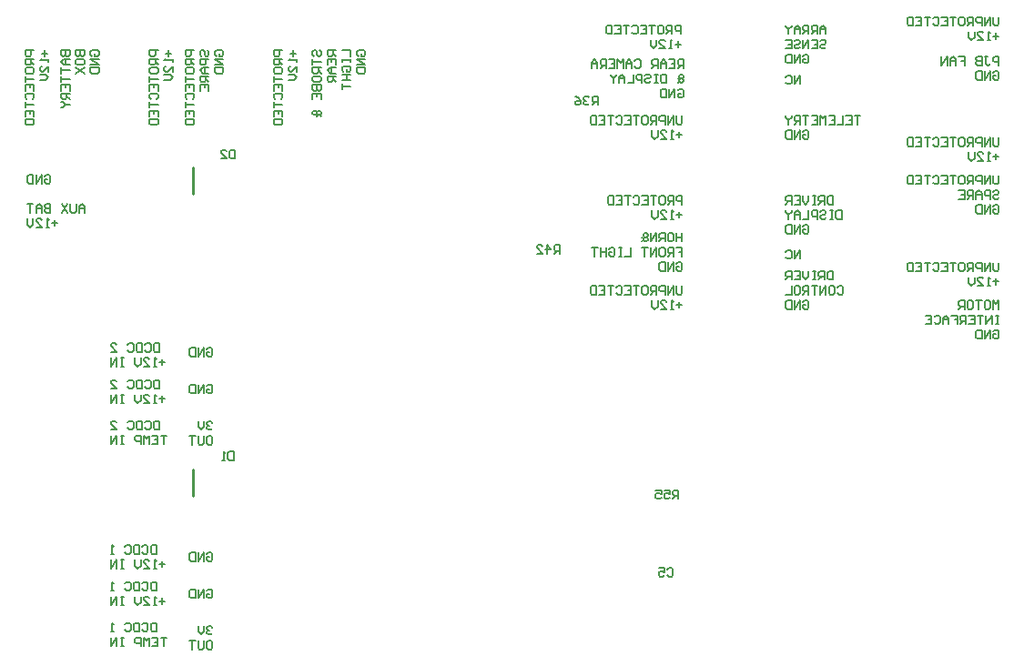
<source format=gbo>
G04 Layer_Color=32896*
%FSLAX25Y25*%
%MOIN*%
G70*
G01*
G75*
%ADD36C,0.01000*%
%ADD68C,0.00669*%
D36*
X79850Y199706D02*
Y209405D01*
X79782Y89142D02*
Y98842D01*
D68*
X67382Y116500D02*
Y113352D01*
X65807D01*
X65282Y113876D01*
Y115975D01*
X65807Y116500D01*
X67382D01*
X62134Y115975D02*
X62659Y116500D01*
X63708D01*
X64233Y115975D01*
Y113876D01*
X63708Y113352D01*
X62659D01*
X62134Y113876D01*
X61084Y116500D02*
Y113352D01*
X59510D01*
X58985Y113876D01*
Y115975D01*
X59510Y116500D01*
X61084D01*
X55837Y115975D02*
X56362Y116500D01*
X57411D01*
X57936Y115975D01*
Y113876D01*
X57411Y113352D01*
X56362D01*
X55837Y113876D01*
X49540Y113352D02*
X51639D01*
X49540Y115451D01*
Y115975D01*
X50064Y116500D01*
X51114D01*
X51639Y115975D01*
X70005Y111116D02*
X67906D01*
X68956D01*
Y107967D01*
X64758Y111116D02*
X66857D01*
Y107967D01*
X64758D01*
X66857Y109541D02*
X65807D01*
X63708Y107967D02*
Y111116D01*
X62659Y110066D01*
X61609Y111116D01*
Y107967D01*
X60560D02*
Y111116D01*
X58985D01*
X58461Y110591D01*
Y109541D01*
X58985Y109017D01*
X60560D01*
X54263Y111116D02*
X53213D01*
X53738D01*
Y107967D01*
X54263D01*
X53213D01*
X51639D02*
Y111116D01*
X49540Y107967D01*
Y111116D01*
X67382Y131500D02*
Y128352D01*
X65807D01*
X65282Y128876D01*
Y130975D01*
X65807Y131500D01*
X67382D01*
X62134Y130975D02*
X62659Y131500D01*
X63708D01*
X64233Y130975D01*
Y128876D01*
X63708Y128352D01*
X62659D01*
X62134Y128876D01*
X61084Y131500D02*
Y128352D01*
X59510D01*
X58985Y128876D01*
Y130975D01*
X59510Y131500D01*
X61084D01*
X55837Y130975D02*
X56362Y131500D01*
X57411D01*
X57936Y130975D01*
Y128876D01*
X57411Y128352D01*
X56362D01*
X55837Y128876D01*
X49540Y128352D02*
X51639D01*
X49540Y130451D01*
Y130975D01*
X50064Y131500D01*
X51114D01*
X51639Y130975D01*
X69481Y124541D02*
X67382D01*
X68431Y125591D02*
Y123492D01*
X66332Y122967D02*
X65282D01*
X65807D01*
Y126116D01*
X66332Y125591D01*
X61609Y122967D02*
X63708D01*
X61609Y125066D01*
Y125591D01*
X62134Y126116D01*
X63183D01*
X63708Y125591D01*
X60560Y126116D02*
Y124016D01*
X59510Y122967D01*
X58461Y124016D01*
Y126116D01*
X54263D02*
X53213D01*
X53738D01*
Y122967D01*
X54263D01*
X53213D01*
X51639D02*
Y126116D01*
X49540Y122967D01*
Y126116D01*
X67382Y145002D02*
Y141853D01*
X65807D01*
X65282Y142378D01*
Y144477D01*
X65807Y145002D01*
X67382D01*
X62134Y144477D02*
X62659Y145002D01*
X63708D01*
X64233Y144477D01*
Y142378D01*
X63708Y141853D01*
X62659D01*
X62134Y142378D01*
X61084Y145002D02*
Y141853D01*
X59510D01*
X58985Y142378D01*
Y144477D01*
X59510Y145002D01*
X61084D01*
X55837Y144477D02*
X56362Y145002D01*
X57411D01*
X57936Y144477D01*
Y142378D01*
X57411Y141853D01*
X56362D01*
X55837Y142378D01*
X49540Y141853D02*
X51639D01*
X49540Y143952D01*
Y144477D01*
X50064Y145002D01*
X51114D01*
X51639Y144477D01*
X69481Y138043D02*
X67382D01*
X68431Y139093D02*
Y136994D01*
X66332Y136469D02*
X65282D01*
X65807D01*
Y139617D01*
X66332Y139093D01*
X61609Y136469D02*
X63708D01*
X61609Y138568D01*
Y139093D01*
X62134Y139617D01*
X63183D01*
X63708Y139093D01*
X60560Y139617D02*
Y137518D01*
X59510Y136469D01*
X58461Y137518D01*
Y139617D01*
X54263D02*
X53213D01*
X53738D01*
Y136469D01*
X54263D01*
X53213D01*
X51639D02*
Y139617D01*
X49540Y136469D01*
Y139617D01*
X66332Y70991D02*
Y67843D01*
X64758D01*
X64233Y68368D01*
Y70467D01*
X64758Y70991D01*
X66332D01*
X61084Y70467D02*
X61609Y70991D01*
X62659D01*
X63183Y70467D01*
Y68368D01*
X62659Y67843D01*
X61609D01*
X61084Y68368D01*
X60035Y70991D02*
Y67843D01*
X58461D01*
X57936Y68368D01*
Y70467D01*
X58461Y70991D01*
X60035D01*
X54787Y70467D02*
X55312Y70991D01*
X56362D01*
X56886Y70467D01*
Y68368D01*
X56362Y67843D01*
X55312D01*
X54787Y68368D01*
X50589Y67843D02*
X49540D01*
X50064D01*
Y70991D01*
X50589Y70467D01*
X69481Y64033D02*
X67382D01*
X68431Y65082D02*
Y62983D01*
X66332Y62458D02*
X65282D01*
X65807D01*
Y65607D01*
X66332Y65082D01*
X61609Y62458D02*
X63708D01*
X61609Y64557D01*
Y65082D01*
X62134Y65607D01*
X63183D01*
X63708Y65082D01*
X60560Y65607D02*
Y63508D01*
X59510Y62458D01*
X58461Y63508D01*
Y65607D01*
X54263D02*
X53213D01*
X53738D01*
Y62458D01*
X54263D01*
X53213D01*
X51639D02*
Y65607D01*
X49540Y62458D01*
Y65607D01*
X66332Y57490D02*
Y54341D01*
X64758D01*
X64233Y54866D01*
Y56965D01*
X64758Y57490D01*
X66332D01*
X61084Y56965D02*
X61609Y57490D01*
X62659D01*
X63183Y56965D01*
Y54866D01*
X62659Y54341D01*
X61609D01*
X61084Y54866D01*
X60035Y57490D02*
Y54341D01*
X58461D01*
X57936Y54866D01*
Y56965D01*
X58461Y57490D01*
X60035D01*
X54787Y56965D02*
X55312Y57490D01*
X56362D01*
X56886Y56965D01*
Y54866D01*
X56362Y54341D01*
X55312D01*
X54787Y54866D01*
X50589Y54341D02*
X49540D01*
X50064D01*
Y57490D01*
X50589Y56965D01*
X69481Y50531D02*
X67382D01*
X68431Y51581D02*
Y49481D01*
X66332Y48957D02*
X65282D01*
X65807D01*
Y52105D01*
X66332Y51581D01*
X61609Y48957D02*
X63708D01*
X61609Y51056D01*
Y51581D01*
X62134Y52105D01*
X63183D01*
X63708Y51581D01*
X60560Y52105D02*
Y50006D01*
X59510Y48957D01*
X58461Y50006D01*
Y52105D01*
X54263D02*
X53213D01*
X53738D01*
Y48957D01*
X54263D01*
X53213D01*
X51639D02*
Y52105D01*
X49540Y48957D01*
Y52105D01*
X86860Y40852D02*
X86335Y41376D01*
X85286D01*
X84761Y40852D01*
Y40327D01*
X85286Y39802D01*
X85810D01*
X85286D01*
X84761Y39277D01*
Y38753D01*
X85286Y38228D01*
X86335D01*
X86860Y38753D01*
X83711Y41376D02*
Y39277D01*
X82662Y38228D01*
X81612Y39277D01*
Y41376D01*
X85286Y35992D02*
X86335D01*
X86860Y35467D01*
Y33368D01*
X86335Y32843D01*
X85286D01*
X84761Y33368D01*
Y35467D01*
X85286Y35992D01*
X83711D02*
Y33368D01*
X83187Y32843D01*
X82137D01*
X81612Y33368D01*
Y35992D01*
X80563D02*
X78464D01*
X79513D01*
Y32843D01*
X66332Y42490D02*
Y39341D01*
X64758D01*
X64233Y39866D01*
Y41965D01*
X64758Y42490D01*
X66332D01*
X61084Y41965D02*
X61609Y42490D01*
X62659D01*
X63183Y41965D01*
Y39866D01*
X62659Y39341D01*
X61609D01*
X61084Y39866D01*
X60035Y42490D02*
Y39341D01*
X58461D01*
X57936Y39866D01*
Y41965D01*
X58461Y42490D01*
X60035D01*
X54787Y41965D02*
X55312Y42490D01*
X56362D01*
X56886Y41965D01*
Y39866D01*
X56362Y39341D01*
X55312D01*
X54787Y39866D01*
X50589Y39341D02*
X49540D01*
X50064D01*
Y42490D01*
X50589Y41965D01*
X70005Y37105D02*
X67906D01*
X68956D01*
Y33957D01*
X64758Y37105D02*
X66857D01*
Y33957D01*
X64758D01*
X66857Y35531D02*
X65807D01*
X63708Y33957D02*
Y37105D01*
X62659Y36056D01*
X61609Y37105D01*
Y33957D01*
X60560D02*
Y37105D01*
X58985D01*
X58461Y36581D01*
Y35531D01*
X58985Y35006D01*
X60560D01*
X54263Y37105D02*
X53213D01*
X53738D01*
Y33957D01*
X54263D01*
X53213D01*
X51639D02*
Y37105D01*
X49540Y33957D01*
Y37105D01*
X86860Y115852D02*
X86335Y116376D01*
X85286D01*
X84761Y115852D01*
Y115327D01*
X85286Y114802D01*
X85810D01*
X85286D01*
X84761Y114277D01*
Y113753D01*
X85286Y113228D01*
X86335D01*
X86860Y113753D01*
X83711Y116376D02*
Y114277D01*
X82662Y113228D01*
X81612Y114277D01*
Y116376D01*
X85286Y110992D02*
X86335D01*
X86860Y110467D01*
Y108368D01*
X86335Y107843D01*
X85286D01*
X84761Y108368D01*
Y110467D01*
X85286Y110992D01*
X83711D02*
Y108368D01*
X83187Y107843D01*
X82137D01*
X81612Y108368D01*
Y110992D01*
X80563D02*
X78464D01*
X79513D01*
Y107843D01*
X25356Y206081D02*
X25881Y206605D01*
X26930D01*
X27455Y206081D01*
Y203981D01*
X26930Y203457D01*
X25881D01*
X25356Y203981D01*
Y205031D01*
X26405D01*
X24306Y203457D02*
Y206605D01*
X22207Y203457D01*
Y206605D01*
X21158D02*
Y203457D01*
X19583D01*
X19059Y203981D01*
Y206081D01*
X19583Y206605D01*
X21158D01*
X40049Y192841D02*
Y194940D01*
X39000Y195990D01*
X37950Y194940D01*
Y192841D01*
Y194416D01*
X40049D01*
X36901Y195990D02*
Y193366D01*
X36376Y192841D01*
X35326D01*
X34802Y193366D01*
Y195990D01*
X33752D02*
X31653Y192841D01*
Y195990D02*
X33752Y192841D01*
X27455Y195990D02*
Y192841D01*
X25881D01*
X25356Y193366D01*
Y193891D01*
X25881Y194416D01*
X27455D01*
X25881D01*
X25356Y194940D01*
Y195465D01*
X25881Y195990D01*
X27455D01*
X24306Y192841D02*
Y194940D01*
X23257Y195990D01*
X22207Y194940D01*
Y192841D01*
Y194416D01*
X24306D01*
X21158Y195990D02*
X19059D01*
X20108D01*
Y192841D01*
X30079Y189031D02*
X27980D01*
X29029Y190080D02*
Y187981D01*
X26930Y187457D02*
X25881D01*
X26405D01*
Y190605D01*
X26930Y190080D01*
X22207Y187457D02*
X24306D01*
X22207Y189556D01*
Y190080D01*
X22732Y190605D01*
X23781D01*
X24306Y190080D01*
X21158Y190605D02*
Y188506D01*
X20108Y187457D01*
X19059Y188506D01*
Y190605D01*
X31413Y252221D02*
X34562D01*
Y250646D01*
X34037Y250121D01*
X33512D01*
X32987Y250646D01*
Y252221D01*
Y250646D01*
X32462Y250121D01*
X31938D01*
X31413Y250646D01*
Y252221D01*
X34562Y249072D02*
X32462D01*
X31413Y248022D01*
X32462Y246973D01*
X34562D01*
X32987D01*
Y249072D01*
X31413Y245923D02*
Y243824D01*
Y244874D01*
X34562D01*
X31413Y242775D02*
Y240676D01*
Y241725D01*
X34562D01*
X31413Y237527D02*
Y239626D01*
X34562D01*
Y237527D01*
X32987Y239626D02*
Y238577D01*
X34562Y236477D02*
X31413D01*
Y234903D01*
X31938Y234379D01*
X32987D01*
X33512Y234903D01*
Y236477D01*
Y235428D02*
X34562Y234379D01*
X31413Y233329D02*
X31938D01*
X32987Y232279D01*
X31938Y231230D01*
X31413D01*
X32987Y232279D02*
X34562D01*
X36798Y252221D02*
X39946D01*
Y250646D01*
X39421Y250121D01*
X38897D01*
X38372Y250646D01*
Y252221D01*
Y250646D01*
X37847Y250121D01*
X37322D01*
X36798Y250646D01*
Y252221D01*
Y247498D02*
Y248547D01*
X37322Y249072D01*
X39421D01*
X39946Y248547D01*
Y247498D01*
X39421Y246973D01*
X37322D01*
X36798Y247498D01*
Y245923D02*
X39946Y243824D01*
X36798D02*
X39946Y245923D01*
X42707Y250121D02*
X42182Y250646D01*
Y251696D01*
X42707Y252221D01*
X44806D01*
X45331Y251696D01*
Y250646D01*
X44806Y250121D01*
X43756D01*
Y251171D01*
X45331Y249072D02*
X42182D01*
X45331Y246973D01*
X42182D01*
Y245923D02*
X45331D01*
Y244349D01*
X44806Y243824D01*
X42707D01*
X42182Y244349D01*
Y245923D01*
X21446Y252221D02*
X18298D01*
Y250646D01*
X18822Y250121D01*
X19872D01*
X20397Y250646D01*
Y252221D01*
X21446Y249072D02*
X18298D01*
Y247498D01*
X18822Y246973D01*
X19872D01*
X20397Y247498D01*
Y249072D01*
Y248022D02*
X21446Y246973D01*
X18298Y244349D02*
Y245398D01*
X18822Y245923D01*
X20921D01*
X21446Y245398D01*
Y244349D01*
X20921Y243824D01*
X18822D01*
X18298Y244349D01*
Y242775D02*
Y240676D01*
Y241725D01*
X21446D01*
X18298Y237527D02*
Y239626D01*
X21446D01*
Y237527D01*
X19872Y239626D02*
Y238577D01*
X18822Y234379D02*
X18298Y234903D01*
Y235953D01*
X18822Y236477D01*
X20921D01*
X21446Y235953D01*
Y234903D01*
X20921Y234379D01*
X18298Y233329D02*
Y231230D01*
Y232279D01*
X21446D01*
X18298Y228081D02*
Y230180D01*
X21446D01*
Y228081D01*
X19872Y230180D02*
Y229131D01*
X18298Y227032D02*
X21446D01*
Y225458D01*
X20921Y224933D01*
X18822D01*
X18298Y225458D01*
Y227032D01*
X25256Y252221D02*
Y250121D01*
X24207Y251171D02*
X26306D01*
X26831Y249072D02*
Y248022D01*
Y248547D01*
X23682D01*
X24207Y249072D01*
X26831Y244349D02*
Y246448D01*
X24732Y244349D01*
X24207D01*
X23682Y244874D01*
Y245923D01*
X24207Y246448D01*
X23682Y243300D02*
X25781D01*
X26831Y242250D01*
X25781Y241200D01*
X23682D01*
X80062Y252221D02*
X76913D01*
Y250646D01*
X77438Y250121D01*
X78487D01*
X79012Y250646D01*
Y252221D01*
X80062Y249072D02*
X76913D01*
Y247498D01*
X77438Y246973D01*
X78487D01*
X79012Y247498D01*
Y249072D01*
Y248022D02*
X80062Y246973D01*
X76913Y244349D02*
Y245398D01*
X77438Y245923D01*
X79537D01*
X80062Y245398D01*
Y244349D01*
X79537Y243824D01*
X77438D01*
X76913Y244349D01*
Y242775D02*
Y240676D01*
Y241725D01*
X80062D01*
X76913Y237527D02*
Y239626D01*
X80062D01*
Y237527D01*
X78487Y239626D02*
Y238577D01*
X77438Y234379D02*
X76913Y234903D01*
Y235953D01*
X77438Y236477D01*
X79537D01*
X80062Y235953D01*
Y234903D01*
X79537Y234379D01*
X76913Y233329D02*
Y231230D01*
Y232279D01*
X80062D01*
X76913Y228081D02*
Y230180D01*
X80062D01*
Y228081D01*
X78487Y230180D02*
Y229131D01*
X76913Y227032D02*
X80062D01*
Y225458D01*
X79537Y224933D01*
X77438D01*
X76913Y225458D01*
Y227032D01*
X82822Y250121D02*
X82298Y250646D01*
Y251696D01*
X82822Y252221D01*
X83347D01*
X83872Y251696D01*
Y250646D01*
X84397Y250121D01*
X84921D01*
X85446Y250646D01*
Y251696D01*
X84921Y252221D01*
X85446Y249072D02*
X82298D01*
Y247498D01*
X82822Y246973D01*
X83872D01*
X84397Y247498D01*
Y249072D01*
X85446Y245923D02*
X83347D01*
X82298Y244874D01*
X83347Y243824D01*
X85446D01*
X83872D01*
Y245923D01*
X85446Y242775D02*
X82298D01*
Y241200D01*
X82822Y240676D01*
X83872D01*
X84397Y241200D01*
Y242775D01*
Y241725D02*
X85446Y240676D01*
X82298Y237527D02*
Y239626D01*
X85446D01*
Y237527D01*
X83872Y239626D02*
Y238577D01*
X88207Y250121D02*
X87682Y250646D01*
Y251696D01*
X88207Y252221D01*
X90306D01*
X90831Y251696D01*
Y250646D01*
X90306Y250121D01*
X89256D01*
Y251171D01*
X90831Y249072D02*
X87682D01*
X90831Y246973D01*
X87682D01*
Y245923D02*
X90831D01*
Y244349D01*
X90306Y243824D01*
X88207D01*
X87682Y244349D01*
Y245923D01*
X66946Y252221D02*
X63798D01*
Y250646D01*
X64322Y250121D01*
X65372D01*
X65897Y250646D01*
Y252221D01*
X66946Y249072D02*
X63798D01*
Y247498D01*
X64322Y246973D01*
X65372D01*
X65897Y247498D01*
Y249072D01*
Y248022D02*
X66946Y246973D01*
X63798Y244349D02*
Y245398D01*
X64322Y245923D01*
X66421D01*
X66946Y245398D01*
Y244349D01*
X66421Y243824D01*
X64322D01*
X63798Y244349D01*
Y242775D02*
Y240676D01*
Y241725D01*
X66946D01*
X63798Y237527D02*
Y239626D01*
X66946D01*
Y237527D01*
X65372Y239626D02*
Y238577D01*
X64322Y234379D02*
X63798Y234903D01*
Y235953D01*
X64322Y236477D01*
X66421D01*
X66946Y235953D01*
Y234903D01*
X66421Y234379D01*
X63798Y233329D02*
Y231230D01*
Y232279D01*
X66946D01*
X63798Y228081D02*
Y230180D01*
X66946D01*
Y228081D01*
X65372Y230180D02*
Y229131D01*
X63798Y227032D02*
X66946D01*
Y225458D01*
X66421Y224933D01*
X64322D01*
X63798Y225458D01*
Y227032D01*
X70756Y252221D02*
Y250121D01*
X69707Y251171D02*
X71806D01*
X72331Y249072D02*
Y248022D01*
Y248547D01*
X69182D01*
X69707Y249072D01*
X72331Y244349D02*
Y246448D01*
X70232Y244349D01*
X69707D01*
X69182Y244874D01*
Y245923D01*
X69707Y246448D01*
X69182Y243300D02*
X71281D01*
X72331Y242250D01*
X71281Y241200D01*
X69182D01*
X112446Y252221D02*
X109298D01*
Y250646D01*
X109822Y250121D01*
X110872D01*
X111397Y250646D01*
Y252221D01*
X112446Y249072D02*
X109298D01*
Y247498D01*
X109822Y246973D01*
X110872D01*
X111397Y247498D01*
Y249072D01*
Y248022D02*
X112446Y246973D01*
X109298Y244349D02*
Y245398D01*
X109822Y245923D01*
X111921D01*
X112446Y245398D01*
Y244349D01*
X111921Y243824D01*
X109822D01*
X109298Y244349D01*
Y242775D02*
Y240676D01*
Y241725D01*
X112446D01*
X109298Y237527D02*
Y239626D01*
X112446D01*
Y237527D01*
X110872Y239626D02*
Y238577D01*
X109822Y234379D02*
X109298Y234903D01*
Y235953D01*
X109822Y236477D01*
X111921D01*
X112446Y235953D01*
Y234903D01*
X111921Y234379D01*
X109298Y233329D02*
Y231230D01*
Y232279D01*
X112446D01*
X109298Y228081D02*
Y230180D01*
X112446D01*
Y228081D01*
X110872Y230180D02*
Y229131D01*
X109298Y227032D02*
X112446D01*
Y225458D01*
X111921Y224933D01*
X109822D01*
X109298Y225458D01*
Y227032D01*
X116256Y252221D02*
Y250121D01*
X115207Y251171D02*
X117306D01*
X117831Y249072D02*
Y248022D01*
Y248547D01*
X114682D01*
X115207Y249072D01*
X117831Y244349D02*
Y246448D01*
X115732Y244349D01*
X115207D01*
X114682Y244874D01*
Y245923D01*
X115207Y246448D01*
X114682Y243300D02*
X116781D01*
X117831Y242250D01*
X116781Y241200D01*
X114682D01*
X124053Y250121D02*
X123528Y250646D01*
Y251696D01*
X124053Y252221D01*
X124578D01*
X125103Y251696D01*
Y250646D01*
X125627Y250121D01*
X126152D01*
X126677Y250646D01*
Y251696D01*
X126152Y252221D01*
X123528Y249072D02*
Y246973D01*
Y248022D01*
X126677D01*
Y245923D02*
X123528D01*
Y244349D01*
X124053Y243824D01*
X125103D01*
X125627Y244349D01*
Y245923D01*
Y244874D02*
X126677Y243824D01*
X123528Y241200D02*
Y242250D01*
X124053Y242775D01*
X126152D01*
X126677Y242250D01*
Y241200D01*
X126152Y240676D01*
X124053D01*
X123528Y241200D01*
Y239626D02*
X126677D01*
Y238052D01*
X126152Y237527D01*
X125627D01*
X125103Y238052D01*
Y239626D01*
Y238052D01*
X124578Y237527D01*
X124053D01*
X123528Y238052D01*
Y239626D01*
Y234379D02*
Y236477D01*
X126677D01*
Y234379D01*
X125103Y236477D02*
Y235428D01*
X126677Y228081D02*
X126152Y228606D01*
X126677Y229131D01*
Y229656D01*
X126152Y230180D01*
X125627D01*
X125103Y229656D01*
X124578Y230180D01*
X124053D01*
X123528Y229656D01*
Y229131D01*
X124053Y228606D01*
X124578D01*
X125103Y229131D01*
X125627Y228606D01*
X126152D01*
X125103Y228081D02*
X125627Y228606D01*
X125103Y229656D02*
Y229131D01*
X132062Y252221D02*
X128913D01*
Y250646D01*
X129438Y250121D01*
X130487D01*
X131012Y250646D01*
Y252221D01*
Y251171D02*
X132062Y250121D01*
X128913Y246973D02*
Y249072D01*
X132062D01*
Y246973D01*
X130487Y249072D02*
Y248022D01*
X132062Y245923D02*
X129963D01*
X128913Y244874D01*
X129963Y243824D01*
X132062D01*
X130487D01*
Y245923D01*
X132062Y242775D02*
X128913D01*
Y241200D01*
X129438Y240676D01*
X130487D01*
X131012Y241200D01*
Y242775D01*
Y241725D02*
X132062Y240676D01*
X134298Y252221D02*
X137446D01*
Y250121D01*
X134298Y249072D02*
Y248022D01*
Y248547D01*
X137446D01*
Y249072D01*
Y248022D01*
X134822Y244349D02*
X134298Y244874D01*
Y245923D01*
X134822Y246448D01*
X136921D01*
X137446Y245923D01*
Y244874D01*
X136921Y244349D01*
X135872D01*
Y245398D01*
X134298Y243300D02*
X137446D01*
X135872D01*
Y241200D01*
X134298D01*
X137446D01*
X134298Y240151D02*
Y238052D01*
Y239101D01*
X137446D01*
X140207Y250121D02*
X139682Y250646D01*
Y251696D01*
X140207Y252221D01*
X142306D01*
X142831Y251696D01*
Y250646D01*
X142306Y250121D01*
X141256D01*
Y251171D01*
X142831Y249072D02*
X139682D01*
X142831Y246973D01*
X139682D01*
Y245923D02*
X142831D01*
Y244349D01*
X142306Y243824D01*
X140207D01*
X139682Y244349D01*
Y245923D01*
X374831Y157414D02*
Y160563D01*
X373781Y159513D01*
X372732Y160563D01*
Y157414D01*
X370108Y160563D02*
X371157D01*
X371682Y160038D01*
Y157939D01*
X371157Y157414D01*
X370108D01*
X369583Y157939D01*
Y160038D01*
X370108Y160563D01*
X368533D02*
X366435D01*
X367484D01*
Y157414D01*
X363811Y160563D02*
X364860D01*
X365385Y160038D01*
Y157939D01*
X364860Y157414D01*
X363811D01*
X363286Y157939D01*
Y160038D01*
X363811Y160563D01*
X362236Y157414D02*
Y160563D01*
X360662D01*
X360137Y160038D01*
Y158988D01*
X360662Y158464D01*
X362236D01*
X361187D02*
X360137Y157414D01*
X374831Y155178D02*
X373781D01*
X374306D01*
Y152029D01*
X374831D01*
X373781D01*
X372207D02*
Y155178D01*
X370108Y152029D01*
Y155178D01*
X369058D02*
X366959D01*
X368009D01*
Y152029D01*
X363811Y155178D02*
X365910D01*
Y152029D01*
X363811D01*
X365910Y153604D02*
X364860D01*
X362761Y152029D02*
Y155178D01*
X361187D01*
X360662Y154653D01*
Y153604D01*
X361187Y153079D01*
X362761D01*
X361712D02*
X360662Y152029D01*
X357513Y155178D02*
X359612D01*
Y153604D01*
X358563D01*
X359612D01*
Y152029D01*
X356464D02*
Y154129D01*
X355414Y155178D01*
X354365Y154129D01*
Y152029D01*
Y153604D01*
X356464D01*
X351216Y154653D02*
X351741Y155178D01*
X352791D01*
X353315Y154653D01*
Y152554D01*
X352791Y152029D01*
X351741D01*
X351216Y152554D01*
X348068Y155178D02*
X350167D01*
Y152029D01*
X348068D01*
X350167Y153604D02*
X349117D01*
X372732Y149269D02*
X373256Y149793D01*
X374306D01*
X374831Y149269D01*
Y147170D01*
X374306Y146645D01*
X373256D01*
X372732Y147170D01*
Y148219D01*
X373781D01*
X371682Y146645D02*
Y149793D01*
X369583Y146645D01*
Y149793D01*
X368533D02*
Y146645D01*
X366959D01*
X366435Y147170D01*
Y149269D01*
X366959Y149793D01*
X368533D01*
X374831Y174509D02*
Y171885D01*
X374306Y171360D01*
X373256D01*
X372732Y171885D01*
Y174509D01*
X371682Y171360D02*
Y174509D01*
X369583Y171360D01*
Y174509D01*
X368533Y171360D02*
Y174509D01*
X366959D01*
X366435Y173984D01*
Y172934D01*
X366959Y172410D01*
X368533D01*
X365385Y171360D02*
Y174509D01*
X363811D01*
X363286Y173984D01*
Y172934D01*
X363811Y172410D01*
X365385D01*
X364335D02*
X363286Y171360D01*
X360662Y174509D02*
X361712D01*
X362236Y173984D01*
Y171885D01*
X361712Y171360D01*
X360662D01*
X360137Y171885D01*
Y173984D01*
X360662Y174509D01*
X359088D02*
X356989D01*
X358038D01*
Y171360D01*
X353840Y174509D02*
X355939D01*
Y171360D01*
X353840D01*
X355939Y172934D02*
X354890D01*
X350692Y173984D02*
X351216Y174509D01*
X352266D01*
X352791Y173984D01*
Y171885D01*
X352266Y171360D01*
X351216D01*
X350692Y171885D01*
X349642Y174509D02*
X347543D01*
X348592D01*
Y171360D01*
X344394Y174509D02*
X346493D01*
Y171360D01*
X344394D01*
X346493Y172934D02*
X345444D01*
X343345Y174509D02*
Y171360D01*
X341771D01*
X341246Y171885D01*
Y173984D01*
X341771Y174509D01*
X343345D01*
X374831Y167550D02*
X372732D01*
X373781Y168599D02*
Y166500D01*
X371682Y165976D02*
X370633D01*
X371157D01*
Y169124D01*
X371682Y168599D01*
X366959Y165976D02*
X369058D01*
X366959Y168075D01*
Y168599D01*
X367484Y169124D01*
X368533D01*
X369058Y168599D01*
X365910Y169124D02*
Y167025D01*
X364860Y165976D01*
X363811Y167025D01*
Y169124D01*
X374831Y220321D02*
Y217697D01*
X374306Y217172D01*
X373256D01*
X372732Y217697D01*
Y220321D01*
X371682Y217172D02*
Y220321D01*
X369583Y217172D01*
Y220321D01*
X368533Y217172D02*
Y220321D01*
X366959D01*
X366435Y219796D01*
Y218746D01*
X366959Y218221D01*
X368533D01*
X365385Y217172D02*
Y220321D01*
X363811D01*
X363286Y219796D01*
Y218746D01*
X363811Y218221D01*
X365385D01*
X364335D02*
X363286Y217172D01*
X360662Y220321D02*
X361712D01*
X362236Y219796D01*
Y217697D01*
X361712Y217172D01*
X360662D01*
X360137Y217697D01*
Y219796D01*
X360662Y220321D01*
X359088D02*
X356989D01*
X358038D01*
Y217172D01*
X353840Y220321D02*
X355939D01*
Y217172D01*
X353840D01*
X355939Y218746D02*
X354890D01*
X350692Y219796D02*
X351216Y220321D01*
X352266D01*
X352791Y219796D01*
Y217697D01*
X352266Y217172D01*
X351216D01*
X350692Y217697D01*
X349642Y220321D02*
X347543D01*
X348592D01*
Y217172D01*
X344394Y220321D02*
X346493D01*
Y217172D01*
X344394D01*
X346493Y218746D02*
X345444D01*
X343345Y220321D02*
Y217172D01*
X341771D01*
X341246Y217697D01*
Y219796D01*
X341771Y220321D01*
X343345D01*
X374831Y213362D02*
X372732D01*
X373781Y214411D02*
Y212312D01*
X371682Y211787D02*
X370633D01*
X371157D01*
Y214936D01*
X371682Y214411D01*
X366959Y211787D02*
X369058D01*
X366959Y213886D01*
Y214411D01*
X367484Y214936D01*
X368533D01*
X369058Y214411D01*
X365910Y214936D02*
Y212837D01*
X364860Y211787D01*
X363811Y212837D01*
Y214936D01*
X374831Y206374D02*
Y203751D01*
X374306Y203226D01*
X373256D01*
X372732Y203751D01*
Y206374D01*
X371682Y203226D02*
Y206374D01*
X369583Y203226D01*
Y206374D01*
X368533Y203226D02*
Y206374D01*
X366959D01*
X366435Y205850D01*
Y204800D01*
X366959Y204275D01*
X368533D01*
X365385Y203226D02*
Y206374D01*
X363811D01*
X363286Y205850D01*
Y204800D01*
X363811Y204275D01*
X365385D01*
X364335D02*
X363286Y203226D01*
X360662Y206374D02*
X361712D01*
X362236Y205850D01*
Y203751D01*
X361712Y203226D01*
X360662D01*
X360137Y203751D01*
Y205850D01*
X360662Y206374D01*
X359088D02*
X356989D01*
X358038D01*
Y203226D01*
X353840Y206374D02*
X355939D01*
Y203226D01*
X353840D01*
X355939Y204800D02*
X354890D01*
X350692Y205850D02*
X351216Y206374D01*
X352266D01*
X352791Y205850D01*
Y203751D01*
X352266Y203226D01*
X351216D01*
X350692Y203751D01*
X349642Y206374D02*
X347543D01*
X348592D01*
Y203226D01*
X344394Y206374D02*
X346493D01*
Y203226D01*
X344394D01*
X346493Y204800D02*
X345444D01*
X343345Y206374D02*
Y203226D01*
X341771D01*
X341246Y203751D01*
Y205850D01*
X341771Y206374D01*
X343345D01*
X372732Y200465D02*
X373256Y200990D01*
X374306D01*
X374831Y200465D01*
Y199940D01*
X374306Y199416D01*
X373256D01*
X372732Y198891D01*
Y198366D01*
X373256Y197841D01*
X374306D01*
X374831Y198366D01*
X371682Y197841D02*
Y200990D01*
X370108D01*
X369583Y200465D01*
Y199416D01*
X370108Y198891D01*
X371682D01*
X368533Y197841D02*
Y199940D01*
X367484Y200990D01*
X366435Y199940D01*
Y197841D01*
Y199416D01*
X368533D01*
X365385Y197841D02*
Y200990D01*
X363811D01*
X363286Y200465D01*
Y199416D01*
X363811Y198891D01*
X365385D01*
X364335D02*
X363286Y197841D01*
X360137Y200990D02*
X362236D01*
Y197841D01*
X360137D01*
X362236Y199416D02*
X361187D01*
X372732Y195080D02*
X373256Y195605D01*
X374306D01*
X374831Y195080D01*
Y192981D01*
X374306Y192457D01*
X373256D01*
X372732Y192981D01*
Y194031D01*
X373781D01*
X371682Y192457D02*
Y195605D01*
X369583Y192457D01*
Y195605D01*
X368533D02*
Y192457D01*
X366959D01*
X366435Y192981D01*
Y195080D01*
X366959Y195605D01*
X368533D01*
X374831Y246841D02*
Y249990D01*
X373256D01*
X372732Y249465D01*
Y248416D01*
X373256Y247891D01*
X374831D01*
X369583Y249990D02*
X370633D01*
X370108D01*
Y247366D01*
X370633Y246841D01*
X371157D01*
X371682Y247366D01*
X368533Y249990D02*
Y246841D01*
X366959D01*
X366435Y247366D01*
Y247891D01*
X366959Y248416D01*
X368533D01*
X366959D01*
X366435Y248940D01*
Y249465D01*
X366959Y249990D01*
X368533D01*
X360137D02*
X362236D01*
Y248416D01*
X361187D01*
X362236D01*
Y246841D01*
X359088D02*
Y248940D01*
X358038Y249990D01*
X356989Y248940D01*
Y246841D01*
Y248416D01*
X359088D01*
X355939Y246841D02*
Y249990D01*
X353840Y246841D01*
Y249990D01*
X372732Y244080D02*
X373256Y244605D01*
X374306D01*
X374831Y244080D01*
Y241981D01*
X374306Y241457D01*
X373256D01*
X372732Y241981D01*
Y243031D01*
X373781D01*
X371682Y241457D02*
Y244605D01*
X369583Y241457D01*
Y244605D01*
X368533D02*
Y241457D01*
X366959D01*
X366435Y241981D01*
Y244080D01*
X366959Y244605D01*
X368533D01*
X374831Y264490D02*
Y261866D01*
X374306Y261341D01*
X373256D01*
X372732Y261866D01*
Y264490D01*
X371682Y261341D02*
Y264490D01*
X369583Y261341D01*
Y264490D01*
X368533Y261341D02*
Y264490D01*
X366959D01*
X366435Y263965D01*
Y262916D01*
X366959Y262391D01*
X368533D01*
X365385Y261341D02*
Y264490D01*
X363811D01*
X363286Y263965D01*
Y262916D01*
X363811Y262391D01*
X365385D01*
X364335D02*
X363286Y261341D01*
X360662Y264490D02*
X361712D01*
X362236Y263965D01*
Y261866D01*
X361712Y261341D01*
X360662D01*
X360137Y261866D01*
Y263965D01*
X360662Y264490D01*
X359088D02*
X356989D01*
X358038D01*
Y261341D01*
X353840Y264490D02*
X355939D01*
Y261341D01*
X353840D01*
X355939Y262916D02*
X354890D01*
X350692Y263965D02*
X351216Y264490D01*
X352266D01*
X352791Y263965D01*
Y261866D01*
X352266Y261341D01*
X351216D01*
X350692Y261866D01*
X349642Y264490D02*
X347543D01*
X348592D01*
Y261341D01*
X344394Y264490D02*
X346493D01*
Y261341D01*
X344394D01*
X346493Y262916D02*
X345444D01*
X343345Y264490D02*
Y261341D01*
X341771D01*
X341246Y261866D01*
Y263965D01*
X341771Y264490D01*
X343345D01*
X374831Y257531D02*
X372732D01*
X373781Y258580D02*
Y256481D01*
X371682Y255957D02*
X370633D01*
X371157D01*
Y259105D01*
X371682Y258580D01*
X366959Y255957D02*
X369058D01*
X366959Y258056D01*
Y258580D01*
X367484Y259105D01*
X368533D01*
X369058Y258580D01*
X365910Y259105D02*
Y257006D01*
X364860Y255957D01*
X363811Y257006D01*
Y259105D01*
X314105Y198990D02*
Y195841D01*
X312531D01*
X312006Y196366D01*
Y198465D01*
X312531Y198990D01*
X314105D01*
X310957Y195841D02*
Y198990D01*
X309382D01*
X308858Y198465D01*
Y197416D01*
X309382Y196891D01*
X310957D01*
X309907D02*
X308858Y195841D01*
X307808Y198990D02*
X306758D01*
X307283D01*
Y195841D01*
X307808D01*
X306758D01*
X305184Y198990D02*
Y196891D01*
X304135Y195841D01*
X303085Y196891D01*
Y198990D01*
X299937D02*
X302036D01*
Y195841D01*
X299937D01*
X302036Y197416D02*
X300986D01*
X298887Y195841D02*
Y198990D01*
X297313D01*
X296788Y198465D01*
Y197416D01*
X297313Y196891D01*
X298887D01*
X297837D02*
X296788Y195841D01*
X317254Y193605D02*
Y190457D01*
X315680D01*
X315155Y190981D01*
Y193080D01*
X315680Y193605D01*
X317254D01*
X314105D02*
X313056D01*
X313580D01*
Y190457D01*
X314105D01*
X313056D01*
X309382Y193080D02*
X309907Y193605D01*
X310957D01*
X311481Y193080D01*
Y192556D01*
X310957Y192031D01*
X309907D01*
X309382Y191506D01*
Y190981D01*
X309907Y190457D01*
X310957D01*
X311481Y190981D01*
X308333Y190457D02*
Y193605D01*
X306758D01*
X306234Y193080D01*
Y192031D01*
X306758Y191506D01*
X308333D01*
X305184Y193605D02*
Y190457D01*
X303085D01*
X302036D02*
Y192556D01*
X300986Y193605D01*
X299937Y192556D01*
Y190457D01*
Y192031D01*
X302036D01*
X298887Y193605D02*
Y193080D01*
X297837Y192031D01*
X296788Y193080D01*
Y193605D01*
X297837Y192031D02*
Y190457D01*
X303085Y187696D02*
X303610Y188221D01*
X304660D01*
X305184Y187696D01*
Y185597D01*
X304660Y185072D01*
X303610D01*
X303085Y185597D01*
Y186646D01*
X304135D01*
X302036Y185072D02*
Y188221D01*
X299937Y185072D01*
Y188221D01*
X298887D02*
Y185072D01*
X297313D01*
X296788Y185597D01*
Y187696D01*
X297313Y188221D01*
X298887D01*
X314105Y171374D02*
Y168226D01*
X312531D01*
X312006Y168751D01*
Y170850D01*
X312531Y171374D01*
X314105D01*
X310957Y168226D02*
Y171374D01*
X309382D01*
X308858Y170850D01*
Y169800D01*
X309382Y169275D01*
X310957D01*
X309907D02*
X308858Y168226D01*
X307808Y171374D02*
X306758D01*
X307283D01*
Y168226D01*
X307808D01*
X306758D01*
X305184Y171374D02*
Y169275D01*
X304135Y168226D01*
X303085Y169275D01*
Y171374D01*
X299937D02*
X302036D01*
Y168226D01*
X299937D01*
X302036Y169800D02*
X300986D01*
X298887Y168226D02*
Y171374D01*
X297313D01*
X296788Y170850D01*
Y169800D01*
X297313Y169275D01*
X298887D01*
X297837D02*
X296788Y168226D01*
X315680Y165465D02*
X316204Y165990D01*
X317254D01*
X317779Y165465D01*
Y163366D01*
X317254Y162841D01*
X316204D01*
X315680Y163366D01*
X313056Y165990D02*
X314105D01*
X314630Y165465D01*
Y163366D01*
X314105Y162841D01*
X313056D01*
X312531Y163366D01*
Y165465D01*
X313056Y165990D01*
X311481Y162841D02*
Y165990D01*
X309382Y162841D01*
Y165990D01*
X308333D02*
X306234D01*
X307283D01*
Y162841D01*
X305184D02*
Y165990D01*
X303610D01*
X303085Y165465D01*
Y164416D01*
X303610Y163891D01*
X305184D01*
X304135D02*
X303085Y162841D01*
X300461Y165990D02*
X301511D01*
X302036Y165465D01*
Y163366D01*
X301511Y162841D01*
X300461D01*
X299937Y163366D01*
Y165465D01*
X300461Y165990D01*
X298887D02*
Y162841D01*
X296788D01*
X303085Y160081D02*
X303610Y160605D01*
X304660D01*
X305184Y160081D01*
Y157981D01*
X304660Y157457D01*
X303610D01*
X303085Y157981D01*
Y159031D01*
X304135D01*
X302036Y157457D02*
Y160605D01*
X299937Y157457D01*
Y160605D01*
X298887D02*
Y157457D01*
X297313D01*
X296788Y157981D01*
Y160081D01*
X297313Y160605D01*
X298887D01*
X258831Y165990D02*
Y163366D01*
X258306Y162841D01*
X257256D01*
X256732Y163366D01*
Y165990D01*
X255682Y162841D02*
Y165990D01*
X253583Y162841D01*
Y165990D01*
X252534Y162841D02*
Y165990D01*
X250959D01*
X250434Y165465D01*
Y164416D01*
X250959Y163891D01*
X252534D01*
X249385Y162841D02*
Y165990D01*
X247811D01*
X247286Y165465D01*
Y164416D01*
X247811Y163891D01*
X249385D01*
X248335D02*
X247286Y162841D01*
X244662Y165990D02*
X245712D01*
X246236Y165465D01*
Y163366D01*
X245712Y162841D01*
X244662D01*
X244137Y163366D01*
Y165465D01*
X244662Y165990D01*
X243088D02*
X240989D01*
X242038D01*
Y162841D01*
X237840Y165990D02*
X239939D01*
Y162841D01*
X237840D01*
X239939Y164416D02*
X238890D01*
X234692Y165465D02*
X235216Y165990D01*
X236266D01*
X236791Y165465D01*
Y163366D01*
X236266Y162841D01*
X235216D01*
X234692Y163366D01*
X233642Y165990D02*
X231543D01*
X232593D01*
Y162841D01*
X228394Y165990D02*
X230493D01*
Y162841D01*
X228394D01*
X230493Y164416D02*
X229444D01*
X227345Y165990D02*
Y162841D01*
X225770D01*
X225246Y163366D01*
Y165465D01*
X225770Y165990D01*
X227345D01*
X258831Y159031D02*
X256732D01*
X257781Y160081D02*
Y157981D01*
X255682Y157457D02*
X254633D01*
X255157D01*
Y160605D01*
X255682Y160081D01*
X250959Y157457D02*
X253058D01*
X250959Y159556D01*
Y160081D01*
X251484Y160605D01*
X252534D01*
X253058Y160081D01*
X249910Y160605D02*
Y158506D01*
X248860Y157457D01*
X247811Y158506D01*
Y160605D01*
X258831Y185374D02*
Y182226D01*
Y183800D01*
X256732D01*
Y185374D01*
Y182226D01*
X254108Y185374D02*
X255157D01*
X255682Y184850D01*
Y182751D01*
X255157Y182226D01*
X254108D01*
X253583Y182751D01*
Y184850D01*
X254108Y185374D01*
X252534Y182226D02*
Y185374D01*
X250959D01*
X250434Y184850D01*
Y183800D01*
X250959Y183275D01*
X252534D01*
X251484D02*
X250434Y182226D01*
X249385D02*
Y185374D01*
X247286Y182226D01*
Y185374D01*
X244137Y182226D02*
X244662Y182751D01*
X245187Y182226D01*
X245712D01*
X246236Y182751D01*
Y183275D01*
X245712Y183800D01*
X246236Y184325D01*
Y184850D01*
X245712Y185374D01*
X245187D01*
X244662Y184850D01*
Y184325D01*
X245187Y183800D01*
X244662Y183275D01*
Y182751D01*
X244137Y183800D02*
X244662Y183275D01*
X245712Y183800D02*
X245187D01*
X256732Y179990D02*
X258831D01*
Y178416D01*
X257781D01*
X258831D01*
Y176841D01*
X255682D02*
Y179990D01*
X254108D01*
X253583Y179465D01*
Y178416D01*
X254108Y177891D01*
X255682D01*
X254633D02*
X253583Y176841D01*
X250959Y179990D02*
X252009D01*
X252534Y179465D01*
Y177366D01*
X252009Y176841D01*
X250959D01*
X250434Y177366D01*
Y179465D01*
X250959Y179990D01*
X249385Y176841D02*
Y179990D01*
X247286Y176841D01*
Y179990D01*
X246236D02*
X244137D01*
X245187D01*
Y176841D01*
X239939Y179990D02*
Y176841D01*
X237840D01*
X236791Y179990D02*
X235741D01*
X236266D01*
Y176841D01*
X236791D01*
X235741D01*
X232068Y179465D02*
X232593Y179990D01*
X233642D01*
X234167Y179465D01*
Y177366D01*
X233642Y176841D01*
X232593D01*
X232068Y177366D01*
Y178416D01*
X233117D01*
X231018Y179990D02*
Y176841D01*
Y178416D01*
X228919D01*
Y179990D01*
Y176841D01*
X227870Y179990D02*
X225770D01*
X226820D01*
Y176841D01*
X256732Y174081D02*
X257256Y174605D01*
X258306D01*
X258831Y174081D01*
Y171981D01*
X258306Y171457D01*
X257256D01*
X256732Y171981D01*
Y173031D01*
X257781D01*
X255682Y171457D02*
Y174605D01*
X253583Y171457D01*
Y174605D01*
X252534D02*
Y171457D01*
X250959D01*
X250434Y171981D01*
Y174081D01*
X250959Y174605D01*
X252534D01*
X258831Y195841D02*
Y198990D01*
X257256D01*
X256732Y198465D01*
Y197416D01*
X257256Y196891D01*
X258831D01*
X255682Y195841D02*
Y198990D01*
X254108D01*
X253583Y198465D01*
Y197416D01*
X254108Y196891D01*
X255682D01*
X254633D02*
X253583Y195841D01*
X250959Y198990D02*
X252009D01*
X252534Y198465D01*
Y196366D01*
X252009Y195841D01*
X250959D01*
X250434Y196366D01*
Y198465D01*
X250959Y198990D01*
X249385D02*
X247286D01*
X248335D01*
Y195841D01*
X244137Y198990D02*
X246236D01*
Y195841D01*
X244137D01*
X246236Y197416D02*
X245187D01*
X240989Y198465D02*
X241513Y198990D01*
X242563D01*
X243088Y198465D01*
Y196366D01*
X242563Y195841D01*
X241513D01*
X240989Y196366D01*
X239939Y198990D02*
X237840D01*
X238890D01*
Y195841D01*
X234692Y198990D02*
X236791D01*
Y195841D01*
X234692D01*
X236791Y197416D02*
X235741D01*
X233642Y198990D02*
Y195841D01*
X232068D01*
X231543Y196366D01*
Y198465D01*
X232068Y198990D01*
X233642D01*
X258831Y192031D02*
X256732D01*
X257781Y193080D02*
Y190981D01*
X255682Y190457D02*
X254633D01*
X255157D01*
Y193605D01*
X255682Y193080D01*
X250959Y190457D02*
X253058D01*
X250959Y192556D01*
Y193080D01*
X251484Y193605D01*
X252534D01*
X253058Y193080D01*
X249910Y193605D02*
Y191506D01*
X248860Y190457D01*
X247811Y191506D01*
Y193605D01*
X258331Y258328D02*
Y261477D01*
X256756D01*
X256232Y260952D01*
Y259903D01*
X256756Y259378D01*
X258331D01*
X255182Y258328D02*
Y261477D01*
X253608D01*
X253083Y260952D01*
Y259903D01*
X253608Y259378D01*
X255182D01*
X254133D02*
X253083Y258328D01*
X250459Y261477D02*
X251509D01*
X252033Y260952D01*
Y258853D01*
X251509Y258328D01*
X250459D01*
X249935Y258853D01*
Y260952D01*
X250459Y261477D01*
X248885D02*
X246786D01*
X247835D01*
Y258328D01*
X243637Y261477D02*
X245736D01*
Y258328D01*
X243637D01*
X245736Y259903D02*
X244687D01*
X240489Y260952D02*
X241014Y261477D01*
X242063D01*
X242588Y260952D01*
Y258853D01*
X242063Y258328D01*
X241014D01*
X240489Y258853D01*
X239439Y261477D02*
X237340D01*
X238390D01*
Y258328D01*
X234191Y261477D02*
X236291D01*
Y258328D01*
X234191D01*
X236291Y259903D02*
X235241D01*
X233142Y261477D02*
Y258328D01*
X231568D01*
X231043Y258853D01*
Y260952D01*
X231568Y261477D01*
X233142D01*
X258331Y254518D02*
X256232D01*
X257281Y255568D02*
Y253468D01*
X255182Y252944D02*
X254133D01*
X254657D01*
Y256092D01*
X255182Y255568D01*
X250459Y252944D02*
X252558D01*
X250459Y255043D01*
Y255568D01*
X250984Y256092D01*
X252033D01*
X252558Y255568D01*
X249410Y256092D02*
Y253993D01*
X248360Y252944D01*
X247311Y253993D01*
Y256092D01*
X259331Y245726D02*
Y248874D01*
X257756D01*
X257232Y248350D01*
Y247300D01*
X257756Y246775D01*
X259331D01*
X258281D02*
X257232Y245726D01*
X254083Y248874D02*
X256182D01*
Y245726D01*
X254083D01*
X256182Y247300D02*
X255133D01*
X253033Y245726D02*
Y247825D01*
X251984Y248874D01*
X250935Y247825D01*
Y245726D01*
Y247300D01*
X253033D01*
X249885Y245726D02*
Y248874D01*
X248311D01*
X247786Y248350D01*
Y247300D01*
X248311Y246775D01*
X249885D01*
X248835D02*
X247786Y245726D01*
X241489Y248350D02*
X242014Y248874D01*
X243063D01*
X243588Y248350D01*
Y246251D01*
X243063Y245726D01*
X242014D01*
X241489Y246251D01*
X240439Y245726D02*
Y247825D01*
X239390Y248874D01*
X238340Y247825D01*
Y245726D01*
Y247300D01*
X240439D01*
X237291Y245726D02*
Y248874D01*
X236241Y247825D01*
X235191Y248874D01*
Y245726D01*
X232043Y248874D02*
X234142D01*
Y245726D01*
X232043D01*
X234142Y247300D02*
X233092D01*
X230993Y245726D02*
Y248874D01*
X229419D01*
X228894Y248350D01*
Y247300D01*
X229419Y246775D01*
X230993D01*
X229944D02*
X228894Y245726D01*
X227845D02*
Y247825D01*
X226795Y248874D01*
X225746Y247825D01*
Y245726D01*
Y247300D01*
X227845D01*
X257232Y240341D02*
X257756Y240866D01*
X258281Y240341D01*
X258806D01*
X259331Y240866D01*
Y241391D01*
X258806Y241916D01*
X259331Y242440D01*
Y242965D01*
X258806Y243490D01*
X258281D01*
X257756Y242965D01*
Y242440D01*
X258281Y241916D01*
X257756Y241391D01*
Y240866D01*
X257232Y241916D02*
X257756Y241391D01*
X258806Y241916D02*
X258281D01*
X253033Y243490D02*
Y240341D01*
X251459D01*
X250935Y240866D01*
Y242965D01*
X251459Y243490D01*
X253033D01*
X249885D02*
X248835D01*
X249360D01*
Y240341D01*
X249885D01*
X248835D01*
X245162Y242965D02*
X245687Y243490D01*
X246736D01*
X247261Y242965D01*
Y242440D01*
X246736Y241916D01*
X245687D01*
X245162Y241391D01*
Y240866D01*
X245687Y240341D01*
X246736D01*
X247261Y240866D01*
X244112Y240341D02*
Y243490D01*
X242538D01*
X242014Y242965D01*
Y241916D01*
X242538Y241391D01*
X244112D01*
X240964Y243490D02*
Y240341D01*
X238865D01*
X237815D02*
Y242440D01*
X236766Y243490D01*
X235716Y242440D01*
Y240341D01*
Y241916D01*
X237815D01*
X234667Y243490D02*
Y242965D01*
X233617Y241916D01*
X232568Y242965D01*
Y243490D01*
X233617Y241916D02*
Y240341D01*
X257232Y237580D02*
X257756Y238105D01*
X258806D01*
X259331Y237580D01*
Y235481D01*
X258806Y234957D01*
X257756D01*
X257232Y235481D01*
Y236531D01*
X258281D01*
X256182Y234957D02*
Y238105D01*
X254083Y234957D01*
Y238105D01*
X253033D02*
Y234957D01*
X251459D01*
X250935Y235481D01*
Y237580D01*
X251459Y238105D01*
X253033D01*
X258831Y228321D02*
Y225697D01*
X258306Y225172D01*
X257256D01*
X256732Y225697D01*
Y228321D01*
X255682Y225172D02*
Y228321D01*
X253583Y225172D01*
Y228321D01*
X252534Y225172D02*
Y228321D01*
X250959D01*
X250434Y227796D01*
Y226746D01*
X250959Y226221D01*
X252534D01*
X249385Y225172D02*
Y228321D01*
X247811D01*
X247286Y227796D01*
Y226746D01*
X247811Y226221D01*
X249385D01*
X248335D02*
X247286Y225172D01*
X244662Y228321D02*
X245712D01*
X246236Y227796D01*
Y225697D01*
X245712Y225172D01*
X244662D01*
X244137Y225697D01*
Y227796D01*
X244662Y228321D01*
X243088D02*
X240989D01*
X242038D01*
Y225172D01*
X237840Y228321D02*
X239939D01*
Y225172D01*
X237840D01*
X239939Y226746D02*
X238890D01*
X234692Y227796D02*
X235216Y228321D01*
X236266D01*
X236791Y227796D01*
Y225697D01*
X236266Y225172D01*
X235216D01*
X234692Y225697D01*
X233642Y228321D02*
X231543D01*
X232593D01*
Y225172D01*
X228394Y228321D02*
X230493D01*
Y225172D01*
X228394D01*
X230493Y226746D02*
X229444D01*
X227345Y228321D02*
Y225172D01*
X225770D01*
X225246Y225697D01*
Y227796D01*
X225770Y228321D01*
X227345D01*
X258831Y221362D02*
X256732D01*
X257781Y222411D02*
Y220312D01*
X255682Y219787D02*
X254633D01*
X255157D01*
Y222936D01*
X255682Y222411D01*
X250959Y219787D02*
X253058D01*
X250959Y221886D01*
Y222411D01*
X251484Y222936D01*
X252534D01*
X253058Y222411D01*
X249910Y222936D02*
Y220837D01*
X248860Y219787D01*
X247811Y220837D01*
Y222936D01*
X324076Y228321D02*
X321977D01*
X323026D01*
Y225172D01*
X318828Y228321D02*
X320927D01*
Y225172D01*
X318828D01*
X320927Y226746D02*
X319878D01*
X317779Y228321D02*
Y225172D01*
X315680D01*
X312531Y228321D02*
X314630D01*
Y225172D01*
X312531D01*
X314630Y226746D02*
X313580D01*
X311481Y225172D02*
Y228321D01*
X310432Y227271D01*
X309382Y228321D01*
Y225172D01*
X306234Y228321D02*
X308333D01*
Y225172D01*
X306234D01*
X308333Y226746D02*
X307283D01*
X305184Y228321D02*
X303085D01*
X304135D01*
Y225172D01*
X302036D02*
Y228321D01*
X300461D01*
X299937Y227796D01*
Y226746D01*
X300461Y226221D01*
X302036D01*
X300986D02*
X299937Y225172D01*
X298887Y228321D02*
Y227796D01*
X297837Y226746D01*
X296788Y227796D01*
Y228321D01*
X297837Y226746D02*
Y225172D01*
X303085Y222411D02*
X303610Y222936D01*
X304660D01*
X305184Y222411D01*
Y220312D01*
X304660Y219787D01*
X303610D01*
X303085Y220312D01*
Y221362D01*
X304135D01*
X302036Y219787D02*
Y222936D01*
X299937Y219787D01*
Y222936D01*
X298887D02*
Y219787D01*
X297313D01*
X296788Y220312D01*
Y222411D01*
X297313Y222936D01*
X298887D01*
X311481Y258328D02*
Y260427D01*
X310432Y261477D01*
X309382Y260427D01*
Y258328D01*
Y259903D01*
X311481D01*
X308333Y258328D02*
Y261477D01*
X306758D01*
X306234Y260952D01*
Y259903D01*
X306758Y259378D01*
X308333D01*
X307283D02*
X306234Y258328D01*
X305184D02*
Y261477D01*
X303610D01*
X303085Y260952D01*
Y259903D01*
X303610Y259378D01*
X305184D01*
X304135D02*
X303085Y258328D01*
X302036D02*
Y260427D01*
X300986Y261477D01*
X299937Y260427D01*
Y258328D01*
Y259903D01*
X302036D01*
X298887Y261477D02*
Y260952D01*
X297837Y259903D01*
X296788Y260952D01*
Y261477D01*
X297837Y259903D02*
Y258328D01*
X309382Y255568D02*
X309907Y256092D01*
X310957D01*
X311481Y255568D01*
Y255043D01*
X310957Y254518D01*
X309907D01*
X309382Y253993D01*
Y253468D01*
X309907Y252944D01*
X310957D01*
X311481Y253468D01*
X306234Y256092D02*
X308333D01*
Y252944D01*
X306234D01*
X308333Y254518D02*
X307283D01*
X305184Y252944D02*
Y256092D01*
X303085Y252944D01*
Y256092D01*
X299937Y255568D02*
X300461Y256092D01*
X301511D01*
X302036Y255568D01*
Y255043D01*
X301511Y254518D01*
X300461D01*
X299937Y253993D01*
Y253468D01*
X300461Y252944D01*
X301511D01*
X302036Y253468D01*
X296788Y256092D02*
X298887D01*
Y252944D01*
X296788D01*
X298887Y254518D02*
X297837D01*
X303085Y250183D02*
X303610Y250708D01*
X304660D01*
X305184Y250183D01*
Y248084D01*
X304660Y247559D01*
X303610D01*
X303085Y248084D01*
Y249133D01*
X304135D01*
X302036Y247559D02*
Y250708D01*
X299937Y247559D01*
Y250708D01*
X298887D02*
Y247559D01*
X297313D01*
X296788Y248084D01*
Y250183D01*
X297313Y250708D01*
X298887D01*
X257500Y88000D02*
Y91149D01*
X255926D01*
X255401Y90624D01*
Y89574D01*
X255926Y89050D01*
X257500D01*
X256451D02*
X255401Y88000D01*
X252252Y91149D02*
X254351D01*
Y89574D01*
X253302Y90099D01*
X252777D01*
X252252Y89574D01*
Y88525D01*
X252777Y88000D01*
X253827D01*
X254351Y88525D01*
X249104Y91149D02*
X251203D01*
Y89574D01*
X250153Y90099D01*
X249628D01*
X249104Y89574D01*
Y88525D01*
X249628Y88000D01*
X250678D01*
X251203Y88525D01*
X228000Y232287D02*
Y235436D01*
X226426D01*
X225901Y234911D01*
Y233862D01*
X226426Y233337D01*
X228000D01*
X226951D02*
X225901Y232287D01*
X224851Y234911D02*
X224327Y235436D01*
X223277D01*
X222752Y234911D01*
Y234386D01*
X223277Y233862D01*
X223802D01*
X223277D01*
X222752Y233337D01*
Y232812D01*
X223277Y232287D01*
X224327D01*
X224851Y232812D01*
X219604Y235436D02*
X220653Y234911D01*
X221703Y233862D01*
Y232812D01*
X221178Y232287D01*
X220128D01*
X219604Y232812D01*
Y233337D01*
X220128Y233862D01*
X221703D01*
X214000Y177787D02*
Y180936D01*
X212426D01*
X211901Y180411D01*
Y179362D01*
X212426Y178837D01*
X214000D01*
X212950D02*
X211901Y177787D01*
X209277D02*
Y180936D01*
X210851Y179362D01*
X208752D01*
X205604Y177787D02*
X207703D01*
X205604Y179886D01*
Y180411D01*
X206129Y180936D01*
X207178D01*
X207703Y180411D01*
X95172Y215762D02*
Y212613D01*
X93598D01*
X93073Y213138D01*
Y215237D01*
X93598Y215762D01*
X95172D01*
X89925Y212613D02*
X92024D01*
X89925Y214712D01*
Y215237D01*
X90450Y215762D01*
X91499D01*
X92024Y215237D01*
X94604Y105199D02*
Y102050D01*
X93030D01*
X92505Y102575D01*
Y104674D01*
X93030Y105199D01*
X94604D01*
X91455Y102050D02*
X90406D01*
X90931D01*
Y105199D01*
X91455Y104674D01*
X253401Y62035D02*
X253926Y62560D01*
X254975D01*
X255500Y62035D01*
Y59936D01*
X254975Y59411D01*
X253926D01*
X253401Y59936D01*
X250252Y62560D02*
X252351D01*
Y60986D01*
X251302Y61510D01*
X250777D01*
X250252Y60986D01*
Y59936D01*
X250777Y59411D01*
X251827D01*
X252351Y59936D01*
X84761Y67774D02*
X85286Y68299D01*
X86335D01*
X86860Y67774D01*
Y65675D01*
X86335Y65151D01*
X85286D01*
X84761Y65675D01*
Y66725D01*
X85810D01*
X83711Y65151D02*
Y68299D01*
X81612Y65151D01*
Y68299D01*
X80563D02*
Y65151D01*
X78988D01*
X78464Y65675D01*
Y67774D01*
X78988Y68299D01*
X80563D01*
X84761Y54226D02*
X85286Y54751D01*
X86335D01*
X86860Y54226D01*
Y52127D01*
X86335Y51603D01*
X85286D01*
X84761Y52127D01*
Y53177D01*
X85810D01*
X83711Y51603D02*
Y54751D01*
X81612Y51603D01*
Y54751D01*
X80563D02*
Y51603D01*
X78988D01*
X78464Y52127D01*
Y54226D01*
X78988Y54751D01*
X80563D01*
X84761Y129227D02*
X85286Y129751D01*
X86335D01*
X86860Y129227D01*
Y127127D01*
X86335Y126603D01*
X85286D01*
X84761Y127127D01*
Y128177D01*
X85810D01*
X83711Y126603D02*
Y129751D01*
X81612Y126603D01*
Y129751D01*
X80563D02*
Y126603D01*
X78988D01*
X78464Y127127D01*
Y129227D01*
X78988Y129751D01*
X80563D01*
X84761Y142774D02*
X85286Y143299D01*
X86335D01*
X86860Y142774D01*
Y140675D01*
X86335Y140151D01*
X85286D01*
X84761Y140675D01*
Y141725D01*
X85810D01*
X83711Y140151D02*
Y143299D01*
X81612Y140151D01*
Y143299D01*
X80563D02*
Y140151D01*
X78988D01*
X78464Y140675D01*
Y142774D01*
X78988Y143299D01*
X80563D01*
X302036Y175884D02*
Y179033D01*
X299937Y175884D01*
Y179033D01*
X296788Y178508D02*
X297313Y179033D01*
X298362D01*
X298887Y178508D01*
Y176409D01*
X298362Y175884D01*
X297313D01*
X296788Y176409D01*
X302036Y239890D02*
Y243038D01*
X299937Y239890D01*
Y243038D01*
X296788Y242514D02*
X297313Y243038D01*
X298362D01*
X298887Y242514D01*
Y240415D01*
X298362Y239890D01*
X297313D01*
X296788Y240415D01*
M02*

</source>
